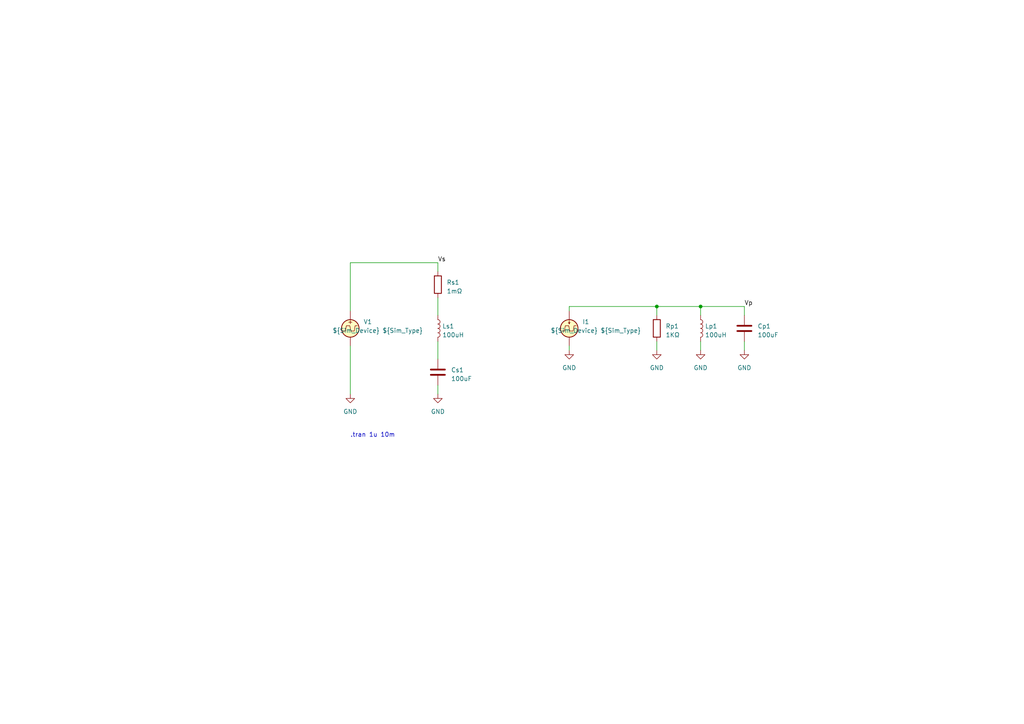
<source format=kicad_sch>
(kicad_sch (version 20221004) (generator eeschema)
  (paper "A4")
  (lib_symbols
    (symbol "Device:C" (pin_numbers hide) (pin_names (offset 0.254))
      (property "Reference" "C" (at 0.635 2.54 0))
      (property "Value" "C" (at 0.635 -2.54 0))
      (symbol "C_0_1"
        (polyline (pts (xy -2.032 -0.762) (xy 2.032 -0.762)) (stroke (width 0.508)))
        (polyline (pts (xy -2.032 0.762) (xy 2.032 0.762)) (stroke (width 0.508)))
      )
      (symbol "C_1_1"
        (pin passive line (at 0 3.81 270) (length 2.794) (name "~") (number "1"))
        (pin passive line (at 0 -3.81 90) (length 2.794) (name "~") (number "2"))
      )
    )
    (symbol "Device:L" (pin_numbers hide) (pin_names (offset 1.016) hide)
      (property "Reference" "L" (at -1.27 0 90))
      (property "Value" "L" (at 1.905 0 90))
      (symbol "L_0_1"
        (arc (start 0 -2.54) (mid 0.6323 -1.905) (end 0 -1.27))
        (arc (start 0 -1.27) (mid 0.6323 -0.635) (end 0 0))
        (arc (start 0 0) (mid 0.6323 0.635) (end 0 1.27))
        (arc (start 0 1.27) (mid 0.6323 1.905) (end 0 2.54))
      )
      (symbol "L_1_1"
        (pin passive line (at 0 3.81 270) (length 1.27) (name "1") (number "1"))
        (pin passive line (at 0 -3.81 90) (length 1.27) (name "2") (number "2"))
      )
    )
    (symbol "Device:R" (pin_numbers hide) (pin_names (offset 0))
      (property "Reference" "R" (at 2.032 0 90))
      (property "Value" "R" (at 0 0 90))
      (symbol "R_0_1"
        (rectangle (start -1.016 -2.54) (end 1.016 2.54) (stroke (width 0.254)))
      )
      (symbol "R_1_1"
        (pin passive line (at 0 3.81 270) (length 1.27) (name "~") (number "1"))
        (pin passive line (at 0 -3.81 90) (length 1.27) (name "~") (number "2"))
      )
    )
    (symbol "Simulation_SPICE:IPULSE" (pin_numbers hide) (pin_names (offset 0.0254))
      (property "Reference" "I" (at 2.54 2.54 0))
      (property "Value" "IPULSE" (at 2.54 0 0))
      (property "Spice_Model" "pulse(0 1 2n 2n 2n 50n 100n)" (at 2.54 -2.54 0))
      (symbol "IPULSE_0_0"
        (polyline (pts (xy -2.032 -0.762) (xy -1.397 -0.762) (xy -1.143 0.762) (xy -0.127 0.762) (xy 0.127 -0.762) (xy 1.143 -0.762) (xy 1.397 0.762) (xy 2.032 0.762)))
      )
      (symbol "IPULSE_0_1"
        (polyline (pts (xy 0 1.27) (xy 0 2.286)))
        (polyline (pts (xy -0.254 1.778) (xy 0 1.27) (xy 0.254 1.778)))
        (circle (center 0 0) (radius 2.54) (stroke (width 0.254)) (fill (type background)))
      )
      (symbol "IPULSE_1_1"
        (pin passive line (at 0 5.08 270) (length 2.54) (name "~") (number "1"))
        (pin passive line (at 0 -5.08 90) (length 2.54) (name "~") (number "2"))
      )
    )
    (symbol "Simulation_SPICE:VPULSE" (pin_numbers hide) (pin_names (offset 0.0254))
      (property "Reference" "V" (at 2.54 2.54 0))
      (property "Value" "VPULSE" (at 2.54 0 0))
      (property "Spice_Model" "pulse(0 1 2n 2n 2n 50n 100n)" (at 2.54 -2.54 0))
      (symbol "VPULSE_0_0"
        (polyline (pts (xy -2.032 -0.762) (xy -1.397 -0.762) (xy -1.143 0.762) (xy -0.127 0.762) (xy 0.127 -0.762) (xy 1.143 -0.762) (xy 1.397 0.762) (xy 2.032 0.762)))
        (text "+" (at 0 1.905 0) (effects (font (size 1.27 1.27))))
      )
      (symbol "VPULSE_0_1"
        (circle (center 0 0) (radius 2.54) (stroke (width 0.254)) (fill (type background)))
      )
      (symbol "VPULSE_1_1"
        (pin passive line (at 0 5.08 270) (length 2.54) (name "~") (number "1"))
        (pin passive line (at 0 -5.08 90) (length 2.54) (name "~") (number "2"))
      )
    )
    (symbol "power:GND" (power) (pin_names (offset 0))
      (property "Value" "GND" (at 0 -3.81 0))
      (symbol "GND_0_1"
        (polyline (pts (xy 0 0) (xy 0 -1.27) (xy 1.27 -1.27) (xy 0 -2.54) (xy -1.27 -1.27) (xy 0 -1.27)))
      )
      (symbol "GND_1_1"
        (pin power_in line (at 0 0 270) (length 0) hide (name "GND") (number "1"))
      )
    )
  )
  (junction (at 203.2 88.9))
  (junction (at 190.5 88.9))
  (wire (pts (xy 101.6 114.3) (xy 101.6 100.33)))
  (wire (pts (xy 101.6 90.17) (xy 101.6 76.2)))
  (wire (pts (xy 215.9 99.06) (xy 215.9 101.6)))
  (wire (pts (xy 203.2 91.44) (xy 203.2 88.9)))
  (wire (pts (xy 127 86.36) (xy 127 91.44)))
  (wire (pts (xy 165.1 90.17) (xy 165.1 88.9)))
  (wire (pts (xy 127 99.06) (xy 127 104.14)))
  (wire (pts (xy 203.2 99.06) (xy 203.2 101.6)))
  (wire (pts (xy 215.9 88.9) (xy 215.9 91.44)))
  (wire (pts (xy 127 76.2) (xy 127 78.74)))
  (wire (pts (xy 190.5 88.9) (xy 203.2 88.9)))
  (wire (pts (xy 190.5 88.9) (xy 190.5 91.44)))
  (wire (pts (xy 190.5 99.06) (xy 190.5 101.6)))
  (wire (pts (xy 127 111.76) (xy 127 114.3)))
  (wire (pts (xy 101.6 76.2) (xy 127 76.2)))
  (wire (pts (xy 165.1 101.6) (xy 165.1 100.33)))
  (wire (pts (xy 165.1 88.9) (xy 190.5 88.9)))
  (wire (pts (xy 203.2 88.9) (xy 215.9 88.9)))
  (text ".tran 1u 10m" (at 101.6 127 0) (effects (font (size 1.27 1.27)) (justify left bottom)))
  (label "Vs" (at 127 76.2 0))
  (label "Vp" (at 215.9 88.9 0))
  (symbol (lib_id "Device:C") (at 127 107.95 0) (unit 1)
    (property "Reference" "Cs1" (at 130.81 107.315 0) (effects (justify left)))
    (property "Value" "100uF" (at 130.81 109.855 0) (effects (justify left)))
    (property "Sim_Device" "C" (effects hide))
  )
  (symbol (lib_id "Device:R") (at 190.5 95.25 0) (unit 1)
    (property "Reference" "Rp1" (at 193.04 94.615 0) (effects (justify left)))
    (property "Value" "1KΩ" (at 193.04 97.155 0) (effects (justify left)))
    (property "Sim_Device" "R" (effects hide))
  )
  (symbol (lib_id "Device:L") (at 203.2 95.25 0) (unit 1)
    (property "Reference" "Lp1" (at 204.47 94.615 0) (effects (justify left)))
    (property "Value" "100uH" (at 204.47 97.155 0) (effects (justify left)))
    (property "Sim_Device" "L" (effects hide))
  )
  (symbol (lib_id "Device:R") (at 127 82.55 0) (unit 1)
    (property "Reference" "Rs1" (at 129.54 81.915 0) (effects (justify left)))
    (property "Value" "1mΩ" (at 129.54 84.455 0) (effects (justify left)))
    (property "Sim_Device" "R" (effects hide))
  )
  (symbol (lib_id "power:GND") (at 127 114.3 0) (unit 1)
    (property "Reference" "#PWR0101" (effects hide))
    (property "Value" "GND" (at 127 119.38 0))
  )
  (symbol (lib_id "power:GND") (at 190.5 101.6 0) (unit 1)
    (property "Reference" "#PWR0104" (effects hide))
    (property "Value" "GND" (at 190.5 106.68 0))
  )
  (symbol (lib_id "power:GND") (at 215.9 101.6 0) (unit 1)
    (property "Reference" "#PWR0106" (effects hide))
    (property "Value" "GND" (at 215.9 106.68 0))
  )
  (symbol (lib_id "power:GND") (at 165.1 101.6 0) (unit 1)
    (property "Reference" "#PWR0105" (effects hide))
    (property "Value" "GND" (at 165.1 106.68 0))
  )
  (symbol (lib_id "Device:C") (at 215.9 95.25 0) (unit 1)
    (property "Reference" "Cp1" (at 219.71 94.615 0) (effects (justify left)))
    (property "Value" "100uF" (at 219.71 97.155 0) (effects (justify left)))
    (property "Sim_Device" "C" (effects hide))
  )
  (symbol (lib_id "Simulation_SPICE:IPULSE") (at 165.1 95.25 0) (unit 1)
    (property "Reference" "I1" (at 168.91 93.345 0) (effects (justify left)))
    (property "Value" "${Sim_Device} ${Sim_Type}" (at 168.91 95.885 0) (effects (justify left)))
    (property "Sim_Device" "I" (effects hide))
    (property "Sim_Type" "PULSE" (effects hide))
    (property "Sim_Params" "y2=1 tw=1u" (effects hide))
  )
  (symbol (lib_id "Simulation_SPICE:VPULSE") (at 101.6 95.25 0) (unit 1)
    (property "Reference" "V1" (at 105.41 93.345 0) (effects (justify left)))
    (property "Value" "${Sim_Device} ${Sim_Type}" (at 105.41 95.885 0) (effects (justify left)))
    (property "Sim_Device" "V" (effects hide))
    (property "Sim_Type" "PULSE" (effects hide))
    (property "Sim_Params" "y2=1 tw=1u" (effects hide))
  )
  (symbol (lib_id "Device:L") (at 127 95.25 0) (unit 1)
    (property "Reference" "Ls1" (at 128.27 94.615 0) (effects (justify left)))
    (property "Value" "100uH" (at 128.27 97.155 0) (effects (justify left)))
    (property "Sim_Device" "L" (effects hide))
  )
  (symbol (lib_id "power:GND") (at 203.2 101.6 0) (unit 1)
    (property "Reference" "#PWR0103" (effects hide))
    (property "Value" "GND" (at 203.2 106.68 0))
  )
  (symbol (lib_id "power:GND") (at 101.6 114.3 0) (unit 1)
    (property "Reference" "#PWR0102" (effects hide))
    (property "Value" "GND" (at 101.6 119.38 0))
  )
)
</source>
